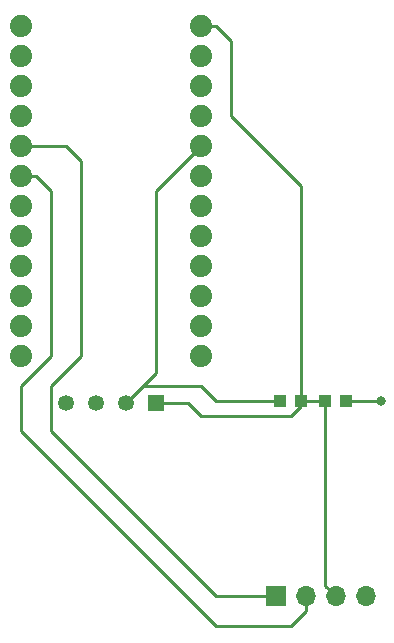
<source format=gbr>
G04 #@! TF.GenerationSoftware,KiCad,Pcbnew,(5.1.6)-1*
G04 #@! TF.CreationDate,2020-06-05T20:48:39-07:00*
G04 #@! TF.ProjectId,USBT,55534254-2e6b-4696-9361-645f70636258,rev?*
G04 #@! TF.SameCoordinates,Original*
G04 #@! TF.FileFunction,Copper,L1,Top*
G04 #@! TF.FilePolarity,Positive*
%FSLAX46Y46*%
G04 Gerber Fmt 4.6, Leading zero omitted, Abs format (unit mm)*
G04 Created by KiCad (PCBNEW (5.1.6)-1) date 2020-06-05 20:48:39*
%MOMM*%
%LPD*%
G01*
G04 APERTURE LIST*
G04 #@! TA.AperFunction,ComponentPad*
%ADD10C,1.350000*%
G04 #@! TD*
G04 #@! TA.AperFunction,ComponentPad*
%ADD11R,1.350000X1.350000*%
G04 #@! TD*
G04 #@! TA.AperFunction,ComponentPad*
%ADD12C,1.879600*%
G04 #@! TD*
G04 #@! TA.AperFunction,SMDPad,CuDef*
%ADD13R,1.099820X0.998220*%
G04 #@! TD*
G04 #@! TA.AperFunction,ComponentPad*
%ADD14O,1.700000X1.700000*%
G04 #@! TD*
G04 #@! TA.AperFunction,ComponentPad*
%ADD15R,1.700000X1.700000*%
G04 #@! TD*
G04 #@! TA.AperFunction,ViaPad*
%ADD16C,0.800000*%
G04 #@! TD*
G04 #@! TA.AperFunction,Conductor*
%ADD17C,0.250000*%
G04 #@! TD*
G04 APERTURE END LIST*
D10*
G04 #@! TO.P,U1,P$4*
G04 #@! TO.N,/GND*
X57150000Y-70020000D03*
G04 #@! TO.P,U1,P$3*
G04 #@! TO.N,Net-(U1-PadP$3)*
X59690000Y-70020000D03*
G04 #@! TO.P,U1,P$2*
G04 #@! TO.N,/Data*
X62230000Y-70020000D03*
D11*
G04 #@! TO.P,U1,P$1*
G04 #@! TO.N,/VCC*
X64770000Y-70020000D03*
G04 #@! TD*
D12*
G04 #@! TO.P,B1,24*
G04 #@! TO.N,/VCC*
X68580000Y-38100000D03*
G04 #@! TO.P,B1,23*
G04 #@! TO.N,Net-(B1-Pad23)*
X68580000Y-40640000D03*
G04 #@! TO.P,B1,22*
G04 #@! TO.N,Net-(B1-Pad22)*
X68580000Y-43180000D03*
G04 #@! TO.P,B1,21*
G04 #@! TO.N,Net-(B1-Pad21)*
X68580000Y-45720000D03*
G04 #@! TO.P,B1,20*
G04 #@! TO.N,/Data*
X68580000Y-48260000D03*
G04 #@! TO.P,B1,19*
G04 #@! TO.N,Net-(B1-Pad19)*
X68580000Y-50800000D03*
G04 #@! TO.P,B1,18*
G04 #@! TO.N,Net-(B1-Pad18)*
X68580000Y-53340000D03*
G04 #@! TO.P,B1,17*
G04 #@! TO.N,Net-(B1-Pad17)*
X68580000Y-55880000D03*
G04 #@! TO.P,B1,16*
G04 #@! TO.N,Net-(B1-Pad16)*
X68580000Y-58420000D03*
G04 #@! TO.P,B1,15*
G04 #@! TO.N,Net-(B1-Pad15)*
X68580000Y-60960000D03*
G04 #@! TO.P,B1,14*
G04 #@! TO.N,Net-(B1-Pad14)*
X68580000Y-63500000D03*
G04 #@! TO.P,B1,13*
G04 #@! TO.N,Net-(B1-Pad13)*
X68580000Y-66040000D03*
G04 #@! TO.P,B1,12*
G04 #@! TO.N,Net-(B1-Pad12)*
X53340000Y-66040000D03*
G04 #@! TO.P,B1,11*
G04 #@! TO.N,Net-(B1-Pad11)*
X53340000Y-63500000D03*
G04 #@! TO.P,B1,10*
G04 #@! TO.N,Net-(B1-Pad10)*
X53340000Y-60960000D03*
G04 #@! TO.P,B1,9*
G04 #@! TO.N,Net-(B1-Pad9)*
X53340000Y-58420000D03*
G04 #@! TO.P,B1,8*
G04 #@! TO.N,Net-(B1-Pad8)*
X53340000Y-55880000D03*
G04 #@! TO.P,B1,7*
G04 #@! TO.N,Net-(B1-Pad7)*
X53340000Y-53340000D03*
G04 #@! TO.P,B1,6*
G04 #@! TO.N,/SCL*
X53340000Y-50800000D03*
G04 #@! TO.P,B1,5*
G04 #@! TO.N,/SDA*
X53340000Y-48260000D03*
G04 #@! TO.P,B1,4*
G04 #@! TO.N,Net-(B1-Pad4)*
X53340000Y-45720000D03*
G04 #@! TO.P,B1,3*
G04 #@! TO.N,/GND*
X53340000Y-43180000D03*
G04 #@! TO.P,B1,2*
G04 #@! TO.N,Net-(B1-Pad2)*
X53340000Y-40640000D03*
G04 #@! TO.P,B1,1*
G04 #@! TO.N,Net-(B1-Pad1)*
X53340000Y-38100000D03*
G04 #@! TD*
D13*
G04 #@! TO.P,R1,2*
G04 #@! TO.N,/Data*
X75351640Y-69850000D03*
G04 #@! TO.P,R1,1*
G04 #@! TO.N,/VCC*
X77048360Y-69850000D03*
G04 #@! TD*
D14*
G04 #@! TO.P,J1,4*
G04 #@! TO.N,/GND*
X82550000Y-86360000D03*
G04 #@! TO.P,J1,3*
G04 #@! TO.N,/VCC*
X80010000Y-86360000D03*
G04 #@! TO.P,J1,2*
G04 #@! TO.N,/SCL*
X77470000Y-86360000D03*
D15*
G04 #@! TO.P,J1,1*
G04 #@! TO.N,/SDA*
X74930000Y-86360000D03*
G04 #@! TD*
D13*
G04 #@! TO.P,C1,2*
G04 #@! TO.N,/GND*
X80858360Y-69850000D03*
G04 #@! TO.P,C1,1*
G04 #@! TO.N,/VCC*
X79161640Y-69850000D03*
G04 #@! TD*
D16*
G04 #@! TO.N,/GND*
X83820000Y-69850000D03*
G04 #@! TD*
D17*
G04 #@! TO.N,/VCC*
X68580000Y-38100000D02*
X69850000Y-38100000D01*
X69850000Y-38100000D02*
X71120000Y-39370000D01*
X79161640Y-69850000D02*
X77048360Y-69850000D01*
X79161640Y-85511640D02*
X80010000Y-86360000D01*
X79161640Y-69850000D02*
X79161640Y-85511640D01*
X71120000Y-39370000D02*
X71120000Y-45720000D01*
X77048360Y-51648360D02*
X77048360Y-69850000D01*
X71120000Y-45720000D02*
X77048360Y-51648360D01*
X77048360Y-70271640D02*
X77048360Y-69850000D01*
X76200000Y-71120000D02*
X77048360Y-70271640D01*
X64770000Y-70020000D02*
X67480000Y-70020000D01*
X68580000Y-71120000D02*
X76200000Y-71120000D01*
X67480000Y-70020000D02*
X68580000Y-71120000D01*
G04 #@! TO.N,/GND*
X80858360Y-69850000D02*
X83820000Y-69850000D01*
G04 #@! TO.N,/Data*
X64770000Y-52070000D02*
X68580000Y-48260000D01*
X68580000Y-68580000D02*
X63670000Y-68580000D01*
X75351640Y-69850000D02*
X69850000Y-69850000D01*
X69850000Y-69850000D02*
X68580000Y-68580000D01*
X64770000Y-52070000D02*
X64770000Y-67480000D01*
X64770000Y-67480000D02*
X63585000Y-68665000D01*
X63670000Y-68580000D02*
X63585000Y-68665000D01*
X63585000Y-68665000D02*
X62230000Y-70020000D01*
G04 #@! TO.N,/SCL*
X77470000Y-87630000D02*
X77470000Y-86360000D01*
X76200000Y-88900000D02*
X77470000Y-87630000D01*
X69850000Y-88900000D02*
X76200000Y-88900000D01*
X53340000Y-72390000D02*
X69850000Y-88900000D01*
X54610000Y-50800000D02*
X55880000Y-52070000D01*
X55880000Y-66040000D02*
X53340000Y-68580000D01*
X53340000Y-50800000D02*
X54610000Y-50800000D01*
X55880000Y-52070000D02*
X55880000Y-66040000D01*
X53340000Y-68580000D02*
X53340000Y-72390000D01*
G04 #@! TO.N,/SDA*
X58420000Y-49530000D02*
X57150000Y-48260000D01*
X57150000Y-48260000D02*
X53340000Y-48260000D01*
X74930000Y-86360000D02*
X69850000Y-86360000D01*
X69850000Y-86360000D02*
X55880000Y-72390000D01*
X55880000Y-72390000D02*
X55880000Y-68580000D01*
X55880000Y-68580000D02*
X57150000Y-67310000D01*
X57150000Y-67310000D02*
X58420000Y-66040000D01*
X58420000Y-66040000D02*
X58420000Y-49530000D01*
G04 #@! TD*
M02*

</source>
